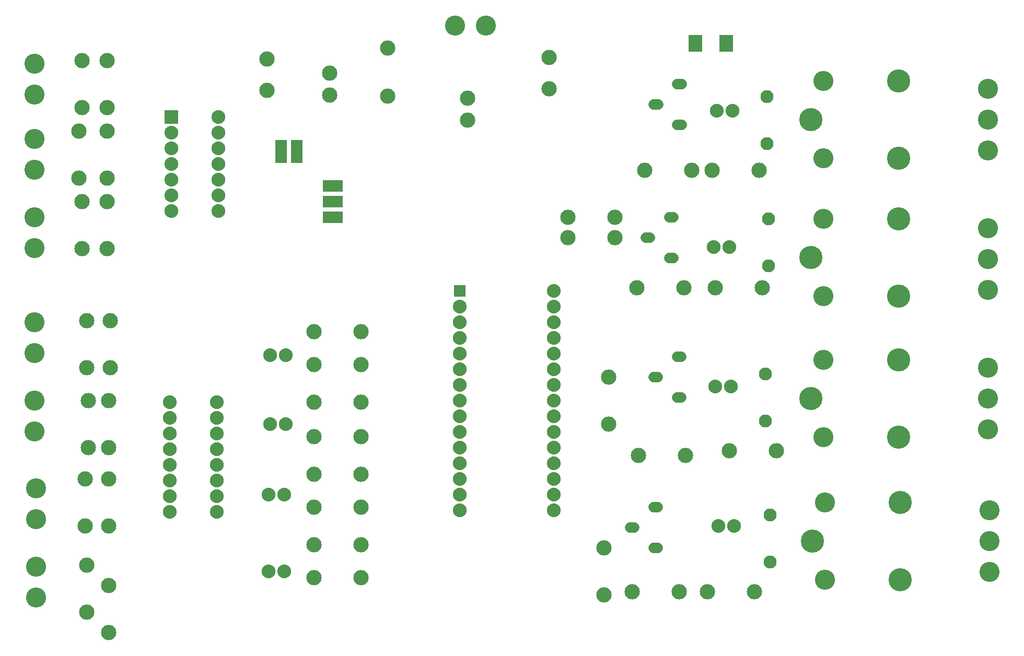
<source format=gts>
G04 ---------------------------- Layer name :TOP SOLDER LAYER*
G04 EasyEDA v5.4.11, Mon, 30 Apr 2018 15:56:54 GMT*
G04 06b4e347cf69432585f47c541de25614*
G04 Gerber Generator version 0.2*
G04 Scale: 100 percent, Rotated: No, Reflected: No *
G04 Dimensions in inches *
G04 leading zeros omitted , absolute positions ,2 integer and 4 decimal *
%FSLAX24Y24*%
%MOIN*%
G90*
G70D02*

%ADD12C,0.068000*%
%ADD13R,0.088000X0.108000*%
%ADD14R,0.078000X0.078000*%
%ADD15C,0.088000*%
%ADD16C,0.098000*%
%ADD17C,0.083000*%
%ADD18C,0.128000*%
%ADD19C,0.148000*%
%ADD20R,0.128000X0.078000*%
%ADD21R,0.078000X0.148000*%
%ADD22R,0.088000X0.088000*%
%ADD23C,0.067055*%

%LPD*%
G54D23*
G01X42062Y10700D02*
G01X42337Y10700D01*
G01X40562Y9400D02*
G01X40837Y9400D01*
G01X42062Y8100D02*
G01X42337Y8100D01*
G01X43562Y20300D02*
G01X43837Y20300D01*
G01X42062Y19000D02*
G01X42337Y19000D01*
G01X43562Y17700D02*
G01X43837Y17700D01*
G01X43062Y29200D02*
G01X43337Y29200D01*
G01X41562Y27900D02*
G01X41837Y27900D01*
G01X43062Y26600D02*
G01X43337Y26600D01*
G54D12*
G01X43550Y37700D02*
G01X43850Y37700D01*
G01X42050Y36400D02*
G01X42350Y36400D01*
G01X43550Y35100D02*
G01X43850Y35100D01*
G54D13*
G01X46680Y40300D03*
G01X44719Y40300D03*
G54D14*
G01X29700Y24500D03*
G54D15*
G01X29700Y23500D03*
G01X29700Y22500D03*
G01X29700Y21500D03*
G01X29700Y20500D03*
G01X29700Y19500D03*
G01X29700Y18500D03*
G01X29700Y17500D03*
G01X29700Y16500D03*
G01X29700Y15500D03*
G01X29700Y14500D03*
G01X29700Y13500D03*
G01X29700Y12500D03*
G01X29700Y11500D03*
G01X29700Y10500D03*
G01X35700Y24500D03*
G01X35700Y23500D03*
G01X35700Y22500D03*
G01X35700Y21500D03*
G01X35700Y20500D03*
G01X35700Y19500D03*
G01X35700Y18500D03*
G01X35700Y17500D03*
G01X35700Y16500D03*
G01X35700Y15500D03*
G01X35700Y14500D03*
G01X35700Y13500D03*
G01X35700Y12500D03*
G01X35700Y11500D03*
G01X35700Y10500D03*
G54D16*
G01X38900Y5100D03*
G01X38900Y8100D03*
G01X39200Y16000D03*
G01X39200Y19000D03*
G01X36600Y27900D03*
G01X39600Y27900D03*
G01X36600Y29200D03*
G01X39600Y29200D03*
G01X43700Y5300D03*
G01X40700Y5300D03*
G01X44100Y14000D03*
G01X41100Y14000D03*
G01X44000Y24700D03*
G01X41000Y24700D03*
G01X44500Y32200D03*
G01X41500Y32200D03*
G01X45500Y5300D03*
G01X48500Y5300D03*
G01X46900Y14300D03*
G01X49900Y14300D03*
G01X46000Y24700D03*
G01X49000Y24700D03*
G01X45800Y32200D03*
G01X48800Y32200D03*
G54D15*
G01X46200Y9500D03*
G01X47200Y9500D03*
G01X46000Y18400D03*
G01X47000Y18400D03*
G01X45900Y27300D03*
G01X46900Y27300D03*
G01X46100Y36000D03*
G01X47100Y36000D03*
G54D17*
G01X49500Y10200D03*
G01X49500Y7200D03*
G01X49200Y19200D03*
G01X49200Y16200D03*
G01X49400Y29100D03*
G01X49400Y26100D03*
G01X49300Y36900D03*
G01X49300Y33900D03*
G54D18*
G01X63500Y6563D03*
G01X63500Y8530D03*
G01X63500Y10500D03*
G01X63400Y15663D03*
G01X63400Y17630D03*
G01X63400Y19600D03*
G01X63400Y24563D03*
G01X63400Y26530D03*
G01X63400Y28500D03*
G01X63400Y33463D03*
G01X63400Y35430D03*
G01X63400Y37400D03*
G54D19*
G01X52204Y8553D03*
G54D18*
G01X52992Y11013D03*
G54D19*
G01X57793Y11013D03*
G01X57785Y6092D03*
G54D18*
G01X52992Y6092D03*
G54D19*
G01X52104Y17653D03*
G54D18*
G01X52892Y20113D03*
G54D19*
G01X57693Y20113D03*
G01X57685Y15192D03*
G54D18*
G01X52892Y15192D03*
G54D19*
G01X52104Y26653D03*
G54D18*
G01X52892Y29113D03*
G54D19*
G01X57693Y29113D03*
G01X57685Y24192D03*
G54D18*
G01X52892Y24192D03*
G54D19*
G01X52104Y35453D03*
G54D18*
G01X52892Y37913D03*
G54D19*
G01X57693Y37913D03*
G01X57685Y32992D03*
G54D18*
G01X52892Y32992D03*
G54D20*
G01X21601Y31198D03*
G01X21601Y30198D03*
G01X21601Y29198D03*
G54D16*
G01X25100Y40000D03*
G01X25100Y36950D03*
G54D21*
G01X18300Y33400D03*
G01X19300Y33400D03*
G54D16*
G01X21400Y38400D03*
G01X21400Y37021D03*
G01X30200Y36800D03*
G01X30200Y35421D03*
G01X17400Y39300D03*
G01X17400Y37300D03*
G01X35400Y37400D03*
G01X35400Y39400D03*
G54D18*
G01X29400Y41450D03*
G01X31368Y41450D03*
G01X2550Y39000D03*
G01X2550Y37030D03*
G01X2550Y34200D03*
G01X2550Y32230D03*
G01X2550Y29200D03*
G01X2550Y27230D03*
G54D16*
G01X5600Y39200D03*
G01X5600Y36200D03*
G01X5400Y34700D03*
G01X5400Y31700D03*
G01X5600Y30200D03*
G01X5600Y27200D03*
G01X7200Y39200D03*
G01X7200Y36200D03*
G01X7200Y34700D03*
G01X7200Y31700D03*
G01X7200Y27200D03*
G01X7200Y30200D03*
G54D18*
G01X2550Y22500D03*
G01X2550Y20530D03*
G01X2550Y17500D03*
G01X2550Y15530D03*
G01X2650Y11900D03*
G01X2650Y9930D03*
G01X2650Y6900D03*
G01X2650Y4930D03*
G54D16*
G01X5900Y22600D03*
G01X5900Y19600D03*
G01X6000Y17500D03*
G01X6000Y14500D03*
G01X5800Y12500D03*
G01X5800Y9500D03*
G01X5900Y7000D03*
G01X5900Y4000D03*
G01X7400Y22600D03*
G01X7400Y19600D03*
G01X7300Y14500D03*
G01X7300Y17500D03*
G01X7300Y9500D03*
G01X7300Y12500D03*
G01X7300Y2700D03*
G01X7300Y5700D03*
G54D15*
G01X11200Y17400D03*
G01X11200Y16400D03*
G01X11200Y13400D03*
G01X11200Y12400D03*
G01X11200Y15400D03*
G01X11200Y14400D03*
G01X11200Y11400D03*
G01X11200Y10400D03*
G01X14200Y10400D03*
G01X14200Y11400D03*
G01X14200Y12400D03*
G01X14200Y13400D03*
G01X14200Y14400D03*
G01X14200Y15400D03*
G01X14200Y16400D03*
G01X14200Y17400D03*
G54D16*
G01X23400Y21900D03*
G01X20400Y21900D03*
G01X23400Y17400D03*
G01X20400Y17400D03*
G01X23400Y12800D03*
G01X20400Y12800D03*
G01X23400Y8300D03*
G01X20400Y8300D03*
G54D15*
G01X18600Y20400D03*
G01X17600Y20400D03*
G01X18600Y16000D03*
G01X17600Y16000D03*
G01X18500Y11500D03*
G01X17500Y11500D03*
G01X18500Y6600D03*
G01X17500Y6600D03*
G54D16*
G01X23400Y19800D03*
G01X20400Y19800D03*
G01X23400Y15200D03*
G01X20400Y15200D03*
G01X23400Y10700D03*
G01X20400Y10700D03*
G01X23400Y6200D03*
G01X20400Y6200D03*
G54D22*
G01X11300Y35600D03*
G54D15*
G01X11300Y34600D03*
G01X11300Y33600D03*
G01X11300Y32600D03*
G01X11300Y31600D03*
G01X11300Y30600D03*
G01X11300Y29600D03*
G01X14300Y29600D03*
G01X14300Y30600D03*
G01X14300Y31600D03*
G01X14300Y32600D03*
G01X14300Y33600D03*
G01X14300Y34600D03*
G01X14300Y35600D03*
M00*
M02*

</source>
